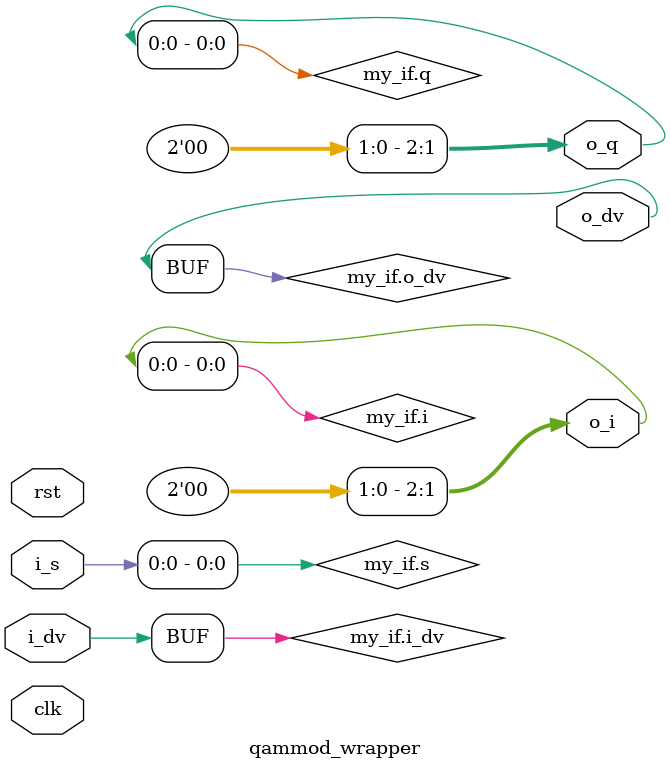
<source format=sv>
`ifndef QAMMOD_WRAPPER_SV
`define QAMMOD_WRAPPER_SV

`include "qammod_if.svh"
`include "qammod.sv"

module qammod_wrapper #(
    parameter int MODULATION_ORDER = 64
) (
    input logic clk,
    input logic rst,

    input logic i_dv,
    input logic [2*$clog2(MODULATION_ORDER)-1:0] i_s,

    output logic o_dv,
    output logic [$clog2(MODULATION_ORDER)/2-1:0] o_i,
    output logic [$clog2(MODULATION_ORDER)/2-1:0] o_q
);

  // Instantiate the interface
  qammod_if #(MODULATION_ORDER) my_if (
      .clk(clk),
      .rst(rst)
  );

  // Connect the wrapper signals to the interface
  assign my_if.i_dv = i_dv;
  assign my_if.s = i_s;

  assign o_dv = my_if.o_dv;
  assign o_i = my_if.i;
  assign o_q = my_if.q;


  // Instantiate the qammod module
  qammod #(MODULATION_ORDER) qammod_inst (
      .in_if (my_if.in),
      .out_if(my_if.out)
  );

endmodule

`endif  // QAMMOD_WRAPPER_SV

</source>
